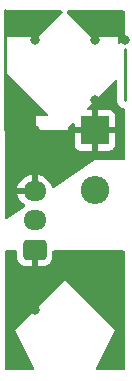
<source format=gbr>
%TF.GenerationSoftware,KiCad,Pcbnew,7.0.10*%
%TF.CreationDate,2024-02-21T10:43:39-05:00*%
%TF.ProjectId,Light_Sensor,4c696768-745f-4536-956e-736f722e6b69,rev?*%
%TF.SameCoordinates,Original*%
%TF.FileFunction,Copper,L2,Bot*%
%TF.FilePolarity,Positive*%
%FSLAX46Y46*%
G04 Gerber Fmt 4.6, Leading zero omitted, Abs format (unit mm)*
G04 Created by KiCad (PCBNEW 7.0.10) date 2024-02-21 10:43:39*
%MOMM*%
%LPD*%
G01*
G04 APERTURE LIST*
G04 Aperture macros list*
%AMRoundRect*
0 Rectangle with rounded corners*
0 $1 Rounding radius*
0 $2 $3 $4 $5 $6 $7 $8 $9 X,Y pos of 4 corners*
0 Add a 4 corners polygon primitive as box body*
4,1,4,$2,$3,$4,$5,$6,$7,$8,$9,$2,$3,0*
0 Add four circle primitives for the rounded corners*
1,1,$1+$1,$2,$3*
1,1,$1+$1,$4,$5*
1,1,$1+$1,$6,$7*
1,1,$1+$1,$8,$9*
0 Add four rect primitives between the rounded corners*
20,1,$1+$1,$2,$3,$4,$5,0*
20,1,$1+$1,$4,$5,$6,$7,0*
20,1,$1+$1,$6,$7,$8,$9,0*
20,1,$1+$1,$8,$9,$2,$3,0*%
G04 Aperture macros list end*
%TA.AperFunction,ComponentPad*%
%ADD10R,2.400000X2.400000*%
%TD*%
%TA.AperFunction,ComponentPad*%
%ADD11O,2.400000X2.400000*%
%TD*%
%TA.AperFunction,ComponentPad*%
%ADD12RoundRect,0.250000X0.725000X-0.600000X0.725000X0.600000X-0.725000X0.600000X-0.725000X-0.600000X0*%
%TD*%
%TA.AperFunction,ComponentPad*%
%ADD13O,1.950000X1.700000*%
%TD*%
%TA.AperFunction,ViaPad*%
%ADD14C,0.800000*%
%TD*%
%TA.AperFunction,Conductor*%
%ADD15C,0.250000*%
%TD*%
G04 APERTURE END LIST*
D10*
%TO.P,D1,1,K*%
%TO.N,VCC*%
X149860000Y-78740000D03*
D11*
%TO.P,D1,2,A*%
%TO.N,Net-(D1-A)*%
X149860000Y-83820000D03*
%TD*%
D12*
%TO.P,J2,1,Pin_1*%
%TO.N,GND*%
X144780000Y-88860000D03*
D13*
%TO.P,J2,2,Pin_2*%
%TO.N,Net-(D1-A)*%
X144780000Y-86360000D03*
%TO.P,J2,3,Pin_3*%
%TO.N,VCC*%
X144780000Y-83860000D03*
%TD*%
D14*
%TO.N,GND*%
X149860000Y-91440000D03*
X144780000Y-91440000D03*
X144780000Y-93980000D03*
%TO.N,VCC*%
X149860000Y-76200000D03*
X144780000Y-71120000D03*
X152400000Y-71120000D03*
X149860000Y-71120000D03*
X144780000Y-78740000D03*
%TD*%
D15*
%TO.N,VCC*%
X142240000Y-68580000D02*
X142240000Y-78740000D01*
%TO.N,*%
X152400000Y-76200000D02*
X152400000Y-71845000D01*
%TD*%
%TA.AperFunction,Conductor*%
%TO.N,VCC*%
G36*
X152342539Y-68600185D02*
G01*
X152388294Y-68652989D01*
X152399500Y-68704500D01*
X152399500Y-71101851D01*
X152379815Y-71168890D01*
X152327011Y-71214645D01*
X152289484Y-71224053D01*
X152289519Y-71224236D01*
X152286336Y-71224842D01*
X152283293Y-71225605D01*
X152281862Y-71225696D01*
X152281859Y-71225696D01*
X152131558Y-71274533D01*
X152071455Y-71312676D01*
X151998123Y-71359214D01*
X151998122Y-71359214D01*
X151991537Y-71363394D01*
X151990139Y-71361191D01*
X151937548Y-71383758D01*
X151868637Y-71372222D01*
X151816903Y-71325261D01*
X151798737Y-71260646D01*
X151798737Y-70840029D01*
X149631391Y-70840029D01*
X149564352Y-70820344D01*
X149543710Y-70803710D01*
X147532181Y-68792181D01*
X147498696Y-68730858D01*
X147503680Y-68661166D01*
X147545552Y-68605233D01*
X147611016Y-68580816D01*
X147619862Y-68580500D01*
X152275500Y-68580500D01*
X152342539Y-68600185D01*
G37*
%TD.AperFunction*%
%TD*%
%TA.AperFunction,Conductor*%
%TO.N,VCC*%
G36*
X142538619Y-73962627D02*
G01*
X142559261Y-73979261D01*
X145897855Y-77317855D01*
X145931340Y-77379178D01*
X145926356Y-77448870D01*
X145884484Y-77504803D01*
X145819020Y-77529220D01*
X145810174Y-77529536D01*
X144893638Y-77529536D01*
X144893638Y-78690103D01*
X147218741Y-78690103D01*
X147285780Y-78709788D01*
X147306422Y-78726422D01*
X147320000Y-78740000D01*
X147333578Y-78726422D01*
X147394901Y-78692937D01*
X147421259Y-78690103D01*
X147625359Y-78690103D01*
X147625359Y-78486003D01*
X147645044Y-78418964D01*
X147661678Y-78398322D01*
X147948319Y-78111681D01*
X148009642Y-78078196D01*
X148079334Y-78083180D01*
X148135267Y-78125052D01*
X148159684Y-78190516D01*
X148160000Y-78199362D01*
X148160000Y-78490000D01*
X149314118Y-78490000D01*
X149275444Y-78583369D01*
X149254823Y-78740000D01*
X149275444Y-78896631D01*
X149314118Y-78990000D01*
X148160000Y-78990000D01*
X148160000Y-79987844D01*
X148166401Y-80047372D01*
X148166403Y-80047379D01*
X148216645Y-80182086D01*
X148216649Y-80182093D01*
X148302809Y-80297187D01*
X148302812Y-80297190D01*
X148417906Y-80383350D01*
X148417913Y-80383354D01*
X148552620Y-80433596D01*
X148552627Y-80433598D01*
X148612155Y-80439999D01*
X148612172Y-80440000D01*
X149610000Y-80440000D01*
X149610000Y-79285881D01*
X149703369Y-79324556D01*
X149820677Y-79340000D01*
X149899323Y-79340000D01*
X150016631Y-79324556D01*
X150110000Y-79285881D01*
X150110000Y-80440000D01*
X151107828Y-80440000D01*
X151107844Y-80439999D01*
X151167372Y-80433598D01*
X151167379Y-80433596D01*
X151302086Y-80383354D01*
X151302093Y-80383350D01*
X151417187Y-80297190D01*
X151417190Y-80297187D01*
X151503350Y-80182093D01*
X151503354Y-80182086D01*
X151553596Y-80047379D01*
X151553598Y-80047372D01*
X151559999Y-79987844D01*
X151560000Y-79987827D01*
X151560000Y-78990000D01*
X150405882Y-78990000D01*
X150444556Y-78896631D01*
X150465177Y-78740000D01*
X150444556Y-78583369D01*
X150405882Y-78490000D01*
X151560000Y-78490000D01*
X151560000Y-77492172D01*
X151559999Y-77492155D01*
X151553598Y-77432627D01*
X151553596Y-77432620D01*
X151503354Y-77297913D01*
X151503350Y-77297906D01*
X151417190Y-77182812D01*
X151417187Y-77182809D01*
X151302093Y-77096649D01*
X151302086Y-77096645D01*
X151167379Y-77046403D01*
X151167372Y-77046401D01*
X151107844Y-77040000D01*
X150110000Y-77040000D01*
X150110000Y-78194118D01*
X150016631Y-78155444D01*
X149899323Y-78140000D01*
X149820677Y-78140000D01*
X149703369Y-78155444D01*
X149610000Y-78194118D01*
X149610000Y-77040000D01*
X149319362Y-77040000D01*
X149252323Y-77020315D01*
X149206568Y-76967511D01*
X149196624Y-76898353D01*
X149225649Y-76834797D01*
X149231681Y-76828319D01*
X151562819Y-74497181D01*
X151624142Y-74463696D01*
X151693834Y-74468680D01*
X151749767Y-74510552D01*
X151774184Y-74576016D01*
X151774500Y-74584862D01*
X151774500Y-76239359D01*
X151789336Y-76356791D01*
X151789336Y-76356793D01*
X151847513Y-76503730D01*
X151847518Y-76503739D01*
X151940402Y-76631583D01*
X151940403Y-76631584D01*
X151940405Y-76631585D01*
X151940406Y-76631587D01*
X152005922Y-76685786D01*
X152062178Y-76732325D01*
X152129909Y-76764196D01*
X152205174Y-76799614D01*
X152298735Y-76817461D01*
X152360898Y-76849359D01*
X152395949Y-76909801D01*
X152399500Y-76939265D01*
X152399500Y-81156000D01*
X152379815Y-81223039D01*
X152327011Y-81268794D01*
X152275500Y-81280000D01*
X149859999Y-81280000D01*
X146399062Y-83587291D01*
X146332363Y-83608099D01*
X146265002Y-83589544D01*
X146218366Y-83537516D01*
X146210504Y-83516210D01*
X146178433Y-83396516D01*
X146178429Y-83396507D01*
X146078600Y-83182422D01*
X146078599Y-83182420D01*
X145943113Y-82988926D01*
X145943108Y-82988920D01*
X145776079Y-82821891D01*
X145776073Y-82821886D01*
X145582579Y-82686400D01*
X145582577Y-82686399D01*
X145368492Y-82586570D01*
X145368483Y-82586566D01*
X145140326Y-82525432D01*
X145140316Y-82525430D01*
X145030000Y-82515778D01*
X145030000Y-83451981D01*
X144915199Y-83399554D01*
X144813975Y-83385000D01*
X144746025Y-83385000D01*
X144644801Y-83399554D01*
X144530000Y-83451981D01*
X144530000Y-82515778D01*
X144419683Y-82525430D01*
X144419673Y-82525432D01*
X144191516Y-82586566D01*
X144191507Y-82586570D01*
X143977422Y-82686399D01*
X143977420Y-82686400D01*
X143783926Y-82821886D01*
X143783920Y-82821891D01*
X143616894Y-82988917D01*
X143481399Y-83182421D01*
X143381570Y-83396507D01*
X143381567Y-83396513D01*
X143324364Y-83609999D01*
X143324364Y-83610000D01*
X144376031Y-83610000D01*
X144343481Y-83660649D01*
X144305000Y-83791705D01*
X144305000Y-83928295D01*
X144343481Y-84059351D01*
X144376031Y-84110000D01*
X143324364Y-84110000D01*
X143381567Y-84323486D01*
X143381570Y-84323492D01*
X143481399Y-84537577D01*
X143481400Y-84537579D01*
X143616886Y-84731073D01*
X143616891Y-84731079D01*
X143783920Y-84898108D01*
X143783926Y-84898113D01*
X143941031Y-85008119D01*
X143984656Y-85062696D01*
X143991850Y-85132194D01*
X143960327Y-85194549D01*
X143941032Y-85211269D01*
X143783593Y-85321508D01*
X143763989Y-85341112D01*
X143745095Y-85356601D01*
X142433283Y-86231143D01*
X142366584Y-86251951D01*
X142299223Y-86233396D01*
X142252587Y-86181369D01*
X142240500Y-86127969D01*
X142240500Y-74066942D01*
X142260185Y-73999903D01*
X142312989Y-73954148D01*
X142364500Y-73942942D01*
X142471580Y-73942942D01*
X142538619Y-73962627D01*
G37*
%TD.AperFunction*%
%TD*%
%TA.AperFunction,Conductor*%
%TO.N,GND*%
G36*
X144690023Y-98880046D02*
G01*
X144702398Y-98948811D01*
X144675630Y-99013350D01*
X144618220Y-99053172D01*
X144579114Y-99059500D01*
X142364500Y-99059500D01*
X142297461Y-99039815D01*
X142251706Y-98987011D01*
X142240500Y-98935500D01*
X142240500Y-96519500D01*
X143086666Y-95673333D01*
X144690023Y-98880046D01*
G37*
%TD.AperFunction*%
%TA.AperFunction,Conductor*%
G36*
X143248040Y-88919685D02*
G01*
X143293795Y-88972489D01*
X143305001Y-89024000D01*
X143305001Y-89509986D01*
X143315494Y-89612697D01*
X143370641Y-89779119D01*
X143370643Y-89779124D01*
X143462684Y-89928345D01*
X143586654Y-90052315D01*
X143735875Y-90144356D01*
X143735880Y-90144358D01*
X143902302Y-90199505D01*
X143902309Y-90199506D01*
X144005019Y-90209999D01*
X144529999Y-90209999D01*
X144530000Y-90209998D01*
X144530000Y-89268018D01*
X144644801Y-89320446D01*
X144746025Y-89335000D01*
X144813975Y-89335000D01*
X144915199Y-89320446D01*
X145030000Y-89268018D01*
X145030000Y-90209999D01*
X145554972Y-90209999D01*
X145554986Y-90209998D01*
X145657697Y-90199505D01*
X145824119Y-90144358D01*
X145824124Y-90144356D01*
X145973345Y-90052315D01*
X146097315Y-89928345D01*
X146189356Y-89779124D01*
X146189358Y-89779119D01*
X146244505Y-89612697D01*
X146244506Y-89612690D01*
X146254999Y-89509986D01*
X146255000Y-89509973D01*
X146255000Y-89024000D01*
X146274685Y-88956961D01*
X146327489Y-88911206D01*
X146379000Y-88900000D01*
X152275500Y-88900000D01*
X152342539Y-88919685D01*
X152388294Y-88972489D01*
X152399500Y-89024000D01*
X152399500Y-93981000D01*
X151553333Y-95673333D01*
X151553332Y-95673332D01*
X151553332Y-95673331D01*
X147320001Y-91440000D01*
X147320000Y-91440000D01*
X142240500Y-93979750D01*
X142240500Y-89024000D01*
X142260185Y-88956961D01*
X142312989Y-88911206D01*
X142364500Y-88900000D01*
X143181001Y-88900000D01*
X143248040Y-88919685D01*
G37*
%TD.AperFunction*%
%TD*%
%TA.AperFunction,Conductor*%
%TO.N,GND*%
G36*
X143086665Y-95673332D02*
G01*
X143086666Y-95673333D01*
X142240500Y-96519499D01*
X142240500Y-93979750D01*
X147319997Y-91440001D01*
X143086665Y-95673332D01*
G37*
%TD.AperFunction*%
%TD*%
%TA.AperFunction,Conductor*%
%TO.N,GND*%
G36*
X152399500Y-98935500D02*
G01*
X152379815Y-99002539D01*
X152327011Y-99048294D01*
X152275500Y-99059500D01*
X150060886Y-99059500D01*
X149993847Y-99039815D01*
X149948092Y-98987011D01*
X149938148Y-98917853D01*
X149949977Y-98880046D01*
X152399500Y-93981000D01*
X152399500Y-98935500D01*
G37*
%TD.AperFunction*%
%TD*%
%TA.AperFunction,Conductor*%
%TO.N,VCC*%
G36*
X147087177Y-68600185D02*
G01*
X147132932Y-68652989D01*
X147142876Y-68722147D01*
X147113851Y-68785703D01*
X147107819Y-68792181D01*
X145096290Y-70803710D01*
X145034967Y-70837195D01*
X145008609Y-70840029D01*
X142364500Y-70840029D01*
X142297461Y-70820344D01*
X142251706Y-70767540D01*
X142240500Y-70716029D01*
X142240500Y-68704500D01*
X142260185Y-68637461D01*
X142312989Y-68591706D01*
X142364500Y-68580500D01*
X147020138Y-68580500D01*
X147087177Y-68600185D01*
G37*
%TD.AperFunction*%
%TD*%
M02*

</source>
